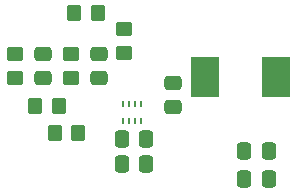
<source format=gbr>
G04 #@! TF.GenerationSoftware,KiCad,Pcbnew,9.0.2-9.0.2-0~ubuntu22.04.1*
G04 #@! TF.CreationDate,2025-06-26T23:22:32-04:00*
G04 #@! TF.ProjectId,6-13-2025_BuckConverter,362d3133-2d32-4303-9235-5f4275636b43,rev?*
G04 #@! TF.SameCoordinates,Original*
G04 #@! TF.FileFunction,Paste,Top*
G04 #@! TF.FilePolarity,Positive*
%FSLAX46Y46*%
G04 Gerber Fmt 4.6, Leading zero omitted, Abs format (unit mm)*
G04 Created by KiCad (PCBNEW 9.0.2-9.0.2-0~ubuntu22.04.1) date 2025-06-26 23:22:32*
%MOMM*%
%LPD*%
G01*
G04 APERTURE LIST*
G04 Aperture macros list*
%AMRoundRect*
0 Rectangle with rounded corners*
0 $1 Rounding radius*
0 $2 $3 $4 $5 $6 $7 $8 $9 X,Y pos of 4 corners*
0 Add a 4 corners polygon primitive as box body*
4,1,4,$2,$3,$4,$5,$6,$7,$8,$9,$2,$3,0*
0 Add four circle primitives for the rounded corners*
1,1,$1+$1,$2,$3*
1,1,$1+$1,$4,$5*
1,1,$1+$1,$6,$7*
1,1,$1+$1,$8,$9*
0 Add four rect primitives between the rounded corners*
20,1,$1+$1,$2,$3,$4,$5,0*
20,1,$1+$1,$4,$5,$6,$7,0*
20,1,$1+$1,$6,$7,$8,$9,0*
20,1,$1+$1,$8,$9,$2,$3,0*%
G04 Aperture macros list end*
%ADD10RoundRect,0.250000X0.450000X-0.350000X0.450000X0.350000X-0.450000X0.350000X-0.450000X-0.350000X0*%
%ADD11RoundRect,0.250000X0.337500X0.475000X-0.337500X0.475000X-0.337500X-0.475000X0.337500X-0.475000X0*%
%ADD12RoundRect,0.250000X0.350000X0.450000X-0.350000X0.450000X-0.350000X-0.450000X0.350000X-0.450000X0*%
%ADD13RoundRect,0.250000X0.475000X-0.337500X0.475000X0.337500X-0.475000X0.337500X-0.475000X-0.337500X0*%
%ADD14RoundRect,0.250000X-0.475000X0.337500X-0.475000X-0.337500X0.475000X-0.337500X0.475000X0.337500X0*%
%ADD15RoundRect,0.250000X-0.350000X-0.450000X0.350000X-0.450000X0.350000X0.450000X-0.350000X0.450000X0*%
%ADD16R,0.228600X0.508000*%
%ADD17RoundRect,0.250000X-0.337500X-0.475000X0.337500X-0.475000X0.337500X0.475000X-0.337500X0.475000X0*%
%ADD18RoundRect,0.250000X-0.450000X0.350000X-0.450000X-0.350000X0.450000X-0.350000X0.450000X0.350000X0*%
%ADD19R,2.350000X3.500000*%
G04 APERTURE END LIST*
D10*
X106985000Y-56285000D03*
X106985000Y-58285000D03*
D11*
X128425000Y-66855000D03*
X126350000Y-66855000D03*
D12*
X112315000Y-62935000D03*
X110315000Y-62935000D03*
D13*
X114075000Y-58325000D03*
X114075000Y-56250000D03*
D14*
X120325000Y-58697500D03*
X120325000Y-60772500D03*
D15*
X111955000Y-52795000D03*
X113955000Y-52795000D03*
D16*
X116116499Y-61953501D03*
X116616500Y-61953501D03*
X117116500Y-61953501D03*
X117616501Y-61953501D03*
X117616501Y-60556501D03*
X117116500Y-60556501D03*
X116616500Y-60556501D03*
X116116499Y-60556501D03*
D10*
X111675000Y-58275000D03*
X111675000Y-56275000D03*
D17*
X115990000Y-65605000D03*
X118065000Y-65605000D03*
D18*
X116205000Y-54205000D03*
X116205000Y-56205000D03*
D13*
X109315000Y-58352500D03*
X109315000Y-56277500D03*
D17*
X115990000Y-63505000D03*
X118065000Y-63505000D03*
D11*
X128425000Y-64455000D03*
X126350000Y-64455000D03*
D19*
X123025000Y-58250000D03*
X129075000Y-58250000D03*
D12*
X110675000Y-60675000D03*
X108675000Y-60675000D03*
M02*

</source>
